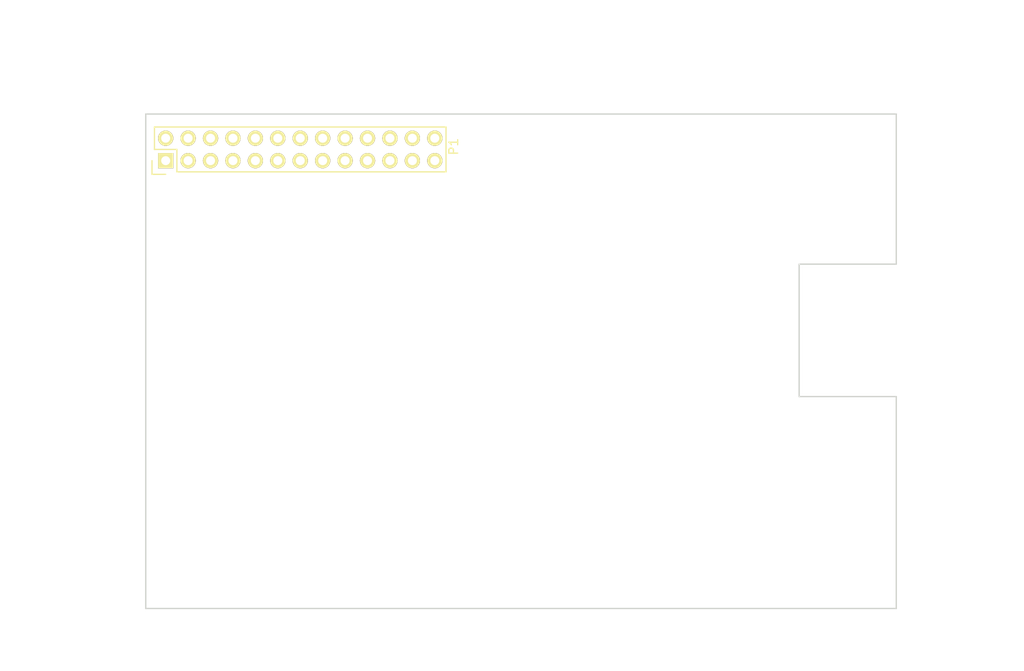
<source format=kicad_pcb>
(kicad_pcb (version 20221018) (generator pcbnew)
  (title_block (date "15 nov 2012"))
  (layers (0 "F.Cu" signal) (31 "B.Cu" signal) (34 "B.Paste" user) (35 "F.Paste" user) (36 "B.SilkS" user "B.Silkscreen") (37 "F.SilkS" user "F.Silkscreen") (38 "B.Mask" user) (39 "F.Mask" user) (44 "Edge.Cuts" user))
  (net 0 "")
  (net 1 "+5V")
  (net 2 "GND")
  (net 3 "+3V3")
  (net 4 "/GPIO0(SDA)")
  (net 5 "Net-(P1-Pad4)")
  (net 6 "/GPIO1(SCL)")
  (net 7 "/GPIO4")
  (net 8 "/TXD")
  (net 9 "Net-(P1-Pad9)")
  (net 10 "/RXD")
  (net 11 "/GPIO17")
  (net 12 "/GPIO18")
  (net 13 "/GPIO21")
  (net 14 "Net-(P1-Pad14)")
  (net 15 "/GPIO22")
  (net 16 "/GPIO23")
  (net 17 "Net-(P1-Pad17)")
  (net 18 "/GPIO24")
  (net 19 "/GPIO10(MOSI)")
  (net 20 "Net-(P1-Pad20)")
  (net 21 "/GPIO9(MISO)")
  (net 22 "/GPIO25")
  (net 23 "/GPIO11(SCLK)")
  (net 24 "/GPIO8(CE0)")
  (net 25 "Net-(P1-Pad25)")
  (net 26 "/GPIO7(CE1)")
  (footprint "Pin_Headers:Pin_Header_Straight_2x13" (layer "F.Cu") (at 145.75536 130.27914 90)
    (fp_text reference "P1" (at 1.5875 32.6136 90) (layer "F.SilkS"))
    (fp_text value "CONN_13X2")
    (fp_line (start -1.55 -1.55) (end -1.55 0) (stroke (width 0.15)) (layer "F.SilkS"))
    (fp_line (start -1.27 1.27) (end -1.27 31.75) (stroke (width 0.15)) (layer "F.SilkS"))
    (fp_line (start 0 -1.55) (end -1.55 -1.55) (stroke (width 0.15)) (layer "F.SilkS"))
    (fp_line (start 1.27 -1.27) (end 1.27 1.27) (stroke (width 0.15)) (layer "F.SilkS"))
    (fp_line (start 1.27 1.27) (end -1.27 1.27) (stroke (width 0.15)) (layer "F.SilkS"))
    (fp_line (start 3.81 -1.27) (end 1.27 -1.27) (stroke (width 0.15)) (layer "F.SilkS"))
    (fp_line (start 3.81 -1.27) (end 3.81 31.75) (stroke (width 0.15)) (layer "F.SilkS"))
    (fp_line (start 3.81 31.75) (end -1.27 31.75) (stroke (width 0.15)) (layer "F.SilkS"))
    (pad "1" thru_hole rect locked (at 0 0 90) (size 1.7272 1.7272) (drill 1.016) (layers "*.Cu" "*.Mask" "F.SilkS") (net 3 "+3V3"))
    (pad "2" thru_hole oval locked (at 2.54 0 90) (size 1.7272 1.7272) (drill 1.016) (layers "*.Cu" "*.Mask" "F.SilkS") (net 1 "+5V"))
    (pad "3" thru_hole oval locked (at 0 2.54 90) (size 1.7272 1.7272) (drill 1.016) (layers "*.Cu" "*.Mask" "F.SilkS") (net 4 "/GPIO0(SDA)"))
    (pad "4" thru_hole oval locked (at 2.54 2.54 90) (size 1.7272 1.7272) (drill 1.016) (layers "*.Cu" "*.Mask" "F.SilkS") (net 5 "Net-(P1-Pad4)"))
    (pad "5" thru_hole oval locked (at 0 5.08 90) (size 1.7272 1.7272) (drill 1.016) (layers "*.Cu" "*.Mask" "F.SilkS") (net 6 "/GPIO1(SCL)"))
    (pad "6" thru_hole oval locked (at 2.54 5.08 90) (size 1.7272 1.7272) (drill 1.016) (layers "*.Cu" "*.Mask" "F.SilkS") (net 2 "GND"))
    (pad "7" thru_hole oval locked (at 0 7.62 90) (size 1.7272 1.7272) (drill 1.016) (layers "*.Cu" "*.Mask" "F.SilkS") (net 7 "/GPIO4"))
    (pad "8" thru_hole oval locked (at 2.54 7.62 90) (size 1.7272 1.7272) (drill 1.016) (layers "*.Cu" "*.Mask" "F.SilkS") (net 8 "/TXD"))
    (pad "9" thru_hole oval locked (at 0 10.16 90) (size 1.7272 1.7272) (drill 1.016) (layers "*.Cu" "*.Mask" "F.SilkS") (net 9 "Net-(P1-Pad9)"))
    (pad "10" thru_hole oval locked (at 2.54 10.16 90) (size 1.7272 1.7272) (drill 1.016) (layers "*.Cu" "*.Mask" "F.SilkS") (net 10 "/RXD"))
    (pad "11" thru_hole oval locked (at 0 12.7 90) (size 1.7272 1.7272) (drill 1.016) (layers "*.Cu" "*.Mask" "F.SilkS") (net 11 "/GPIO17"))
    (pad "12" thru_hole oval locked (at 2.54 12.7 90) (size 1.7272 1.7272) (drill 1.016) (layers "*.Cu" "*.Mask" "F.SilkS") (net 12 "/GPIO18"))
    (pad "13" thru_hole oval locked (at 0 15.24 90) (size 1.7272 1.7272) (drill 1.016) (layers "*.Cu" "*.Mask" "F.SilkS") (net 13 "/GPIO21"))
    (pad "14" thru_hole oval locked (at 2.54 15.24 90) (size 1.7272 1.7272) (drill 1.016) (layers "*.Cu" "*.Mask" "F.SilkS") (net 14 "Net-(P1-Pad14)"))
    (pad "15" thru_hole oval locked (at 0 17.78 90) (size 1.7272 1.7272) (drill 1.016) (layers "*.Cu" "*.Mask" "F.SilkS") (net 15 "/GPIO22"))
    (pad "16" thru_hole oval locked (at 2.54 17.78 90) (size 1.7272 1.7272) (drill 1.016) (layers "*.Cu" "*.Mask" "F.SilkS") (net 16 "/GPIO23"))
    (pad "17" thru_hole oval locked (at 0 20.32 90) (size 1.7272 1.7272) (drill 1.016) (layers "*.Cu" "*.Mask" "F.SilkS") (net 17 "Net-(P1-Pad17)"))
    (pad "18" thru_hole oval locked (at 2.54 20.32 90) (size 1.7272 1.7272) (drill 1.016) (layers "*.Cu" "*.Mask" "F.SilkS") (net 18 "/GPIO24"))
    (pad "19" thru_hole oval locked (at 0 22.86 90) (size 1.7272 1.7272) (drill 1.016) (layers "*.Cu" "*.Mask" "F.SilkS") (net 19 "/GPIO10(MOSI)"))
    (pad "20" thru_hole oval locked (at 2.54 22.86 90) (size 1.7272 1.7272) (drill 1.016) (layers "*.Cu" "*.Mask" "F.SilkS") (net 20 "Net-(P1-Pad20)"))
    (pad "21" thru_hole oval locked (at 0 25.4 90) (size 1.7272 1.7272) (drill 1.016) (layers "*.Cu" "*.Mask" "F.SilkS") (net 21 "/GPIO9(MISO)"))
    (pad "22" thru_hole oval locked (at 2.54 25.4 90) (size 1.7272 1.7272) (drill 1.016) (layers "*.Cu" "*.Mask" "F.SilkS") (net 22 "/GPIO25"))
    (pad "23" thru_hole oval locked (at 0 27.94 90) (size 1.7272 1.7272) (drill 1.016) (layers "*.Cu" "*.Mask" "F.SilkS") (net 23 "/GPIO11(SCLK)"))
    (pad "24" thru_hole oval locked (at 2.54 27.94 90) (size 1.7272 1.7272) (drill 1.016) (layers "*.Cu" "*.Mask" "F.SilkS") (net 24 "/GPIO8(CE0)"))
    (pad "25" thru_hole oval locked (at 0 30.48 90) (size 1.7272 1.7272) (drill 1.016) (layers "*.Cu" "*.Mask" "F.SilkS") (net 25 "Net-(P1-Pad25)"))
    (pad "26" thru_hole oval locked (at 2.54 30.48 90) (size 1.7272 1.7272) (drill 1.016) (layers "*.Cu" "*.Mask" "F.SilkS") (net 26 "/GPIO7(CE1)"))
  )
  (gr_line (start 228.5 125) (end 143.5 125) (stroke (width 0.15)) (layer "Edge.Cuts"))
  (gr_line (start 228.5 157) (end 217.5 157) (stroke (width 0.15)) (layer "Edge.Cuts"))
  (gr_line (start 217.5 142) (end 228.5 142) (stroke (width 0.15)) (layer "Edge.Cuts"))
  (gr_line (start 228.5 181) (end 228.5 157) (stroke (width 0.15)) (layer "Edge.Cuts"))
  (gr_line (start 217.5 157) (end 217.5 142) (stroke (width 0.15)) (layer "Edge.Cuts"))
  (gr_line (start 143.5 181) (end 228.5 181) (stroke (width 0.15)) (layer "Edge.Cuts"))
  (gr_line (start 143.5 125) (end 143.5 181) (stroke (width 0.15)) (layer "Edge.Cuts"))
  (gr_line (start 228.5 142) (end 228.5 125) (stroke (width 0.15)) (layer "Edge.Cuts"))
)
</source>
